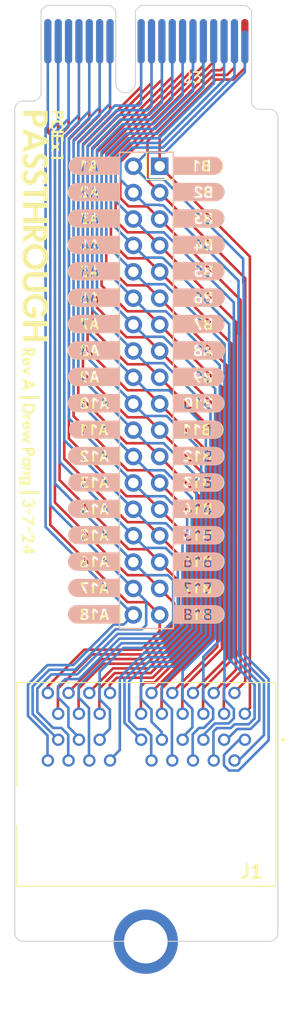
<source format=kicad_pcb>
(kicad_pcb (version 20221018) (generator pcbnew)
  (layers (0 "F.Cu" signal) (31 "B.Cu" signal) (34 "B.Paste" user) (35 "F.Paste" user) (36 "B.SilkS" user "B.Silkscreen") (37 "F.SilkS" user "F.Silkscreen") (38 "B.Mask" user) (39 "F.Mask" user) (44 "Edge.Cuts" user))
  (net 0 "")
  (net 1 "/a1")
  (net 2 "/a2")
  (net 3 "/a3")
  (net 4 "/a4")
  (net 5 "/a5")
  (net 6 "/a6")
  (net 7 "/a7")
  (net 8 "/a8")
  (net 9 "/a9")
  (net 10 "/a10")
  (net 11 "/a11")
  (net 12 "/a12")
  (net 13 "/a13")
  (net 14 "/a14")
  (net 15 "/a15")
  (net 16 "/a16")
  (net 17 "/a17")
  (net 18 "/a18")
  (net 19 "/b1")
  (net 20 "/b2")
  (net 21 "/b3")
  (net 22 "/b4")
  (net 23 "/b5")
  (net 24 "/b6")
  (net 25 "/b7")
  (net 26 "/b8")
  (net 27 "/b9")
  (net 28 "/b10")
  (net 29 "/b11")
  (net 30 "/b12")
  (net 31 "/b13")
  (net 32 "/b14")
  (net 33 "/b15")
  (net 34 "/b16")
  (net 35 "/b17")
  (net 36 "/b18")
  (footprint "kibuzzard-65E95D19" (layer "F.Cu") (at 149.665608 85.42561)
    (fp_text reference "kibuzzard-65E95D19" hide)
    (fp_text value "G***" hide)
  )
  (footprint "kibuzzard-65E963A3" (layer "F.Cu") (at 159.775608 67.645612)
    (fp_text reference "kibuzzard-65E963A3" hide)
    (fp_text value "G***" hide)
  )
  (footprint "kibuzzard-65E96303" (layer "F.Cu") (at 159.775607 90.50561)
    (fp_text reference "kibuzzard-65E96303" hide)
    (fp_text value "G***" hide)
  )
  (footprint "kibuzzard-65E95E93" (layer "F.Cu") (at 149.705607 90.505612)
    (fp_text reference "kibuzzard-65E95E93" hide)
    (fp_text value "G***" hide)
  )
  (footprint "kibuzzard-65E96314" (layer "F.Cu") (at 159.775608 98.125612)
    (fp_text reference "kibuzzard-65E96314" hide)
    (fp_text value "G***" hide)
  )
  (footprint "kibuzzard-65E95DF8" (layer "F.Cu") (at 149.605607 67.645612)
    (fp_text reference "kibuzzard-65E95DF8" hide)
    (fp_text value "G***" hide)
  )
  (footprint "kibuzzard-65E960EE" (layer "F.Cu") (at 146.114583 59.794165 -90)
    (fp_text reference "kibuzzard-65E960EE" hide)
    (fp_text value "G***" hide)
  )
  (footprint "kibuzzard-65E95DA8" (layer "F.Cu") (at 149.635608 82.885612)
    (fp_text reference "kibuzzard-65E95DA8" hide)
    (fp_text value "G***" hide)
  )
  (footprint "kibuzzard-65E95DEF" (layer "F.Cu") (at 149.605608 72.725612)
    (fp_text reference "kibuzzard-65E95DEF" hide)
    (fp_text value "G***" hide)
  )
  (footprint "kibuzzard-65E95F03" (layer "F.Cu") (at 143.985609 68.365613 -90)
    (fp_text reference "kibuzzard-65E95F03" hide)
    (fp_text value "G***" hide)
  )
  (footprint "kibuzzard-65E96100" (layer "F.Cu") (at 143.166979 90.052868 -90)
    (fp_text reference "kibuzzard-65E96100" hide)
    (fp_text value "G***" hide)
  )
  (footprint "kibuzzard-65E95DFB" (layer "F.Cu") (at 149.605607 65.10561)
    (fp_text reference "kibuzzard-65E95DFB" hide)
    (fp_text value "G***" hide)
  )
  (footprint "kibuzzard-65E95E97" (layer "F.Cu") (at 149.705609 93.045612)
    (fp_text reference "kibuzzard-65E95E97" hide)
    (fp_text value "G***" hide)
  )
  (footprint "kibuzzard-65E9636C" (layer "F.Cu") (at 159.775609 82.885612)
    (fp_text reference "kibuzzard-65E9636C" hide)
    (fp_text value "G***" hide)
  )
  (footprint "kibuzzard-65E96318" (layer "F.Cu") (at 159.775608 100.665612)
    (fp_text reference "kibuzzard-65E96318" hide)
    (fp_text value "G***" hide)
  )
  (footprint "OEM:pcie_x1" (layer "F.Cu") (at 164.19811 50.582112 180)
    (fp_text reference "J3")
    (fp_text value "pcie_x1")
    (fp_line (start -0.65 -4.95) (end -0.65 2.95) (stroke (width 0.1)) (layer "Edge.Cuts"))
    (fp_line (start -0.65 2.95) (end -0.15 3.45) (stroke (width 0.1)) (layer "Edge.Cuts"))
    (fp_line (start -0.15 3.45) (end 10.05 3.45) (stroke (width 0.1)) (layer "Edge.Cuts"))
    (fp_line (start 10.55 -4) (end 10.55 2.95) (stroke (width 0.1)) (layer "Edge.Cuts"))
    (fp_line (start 10.55 2.95) (end 10.05 3.45) (stroke (width 0.1)) (layer "Edge.Cuts"))
    (fp_line (start 12.45 -4) (end 12.45 2.95) (stroke (width 0.1)) (layer "Edge.Cuts"))
    (fp_line (start 12.45 2.95) (end 12.95 3.45) (stroke (width 0.1)) (layer "Edge.Cuts"))
    (fp_line (start 12.95 3.45) (end 19.15 3.45) (stroke (width 0.1)) (layer "Edge.Cuts"))
    (fp_line (start 19.65 -4.95) (end 19.65 2.95) (stroke (width 0.1)) (layer "Edge.Cuts"))
    (fp_line (start 19.65 2.95) (end 19.15 3.45) (stroke (width 0.1)) (layer "Edge.Cuts"))
    (fp_arc (start 10.55 -4) (mid 11.5 -4.95) (end 12.45 -4) (stroke (width 0.1)) (layer "Edge.Cuts"))
  )
  (footprint "kibuzzard-65E962FB" (layer "F.Cu") (at 159.775607 85.425612)
    (fp_text reference "kibuzzard-65E962FB" hide)
    (fp_text value "G***" hide)
  )
  (footprint "kibuzzard-65E95DDF" (layer "F.Cu") (at 149.605608 80.345611)
    (fp_text reference "kibuzzard-65E95DDF" hide)
    (fp_text value "G***" hide)
  )
  (footprint "kibuzzard-65E96396" (layer "F.Cu") (at 159.775608 75.265612)
    (fp_text reference "kibuzzard-65E96396" hide)
    (fp_text value "G***" hide)
  )
  (footprint "kibuzzard-65E95EAD" (layer "F.Cu") (at 149.70561 105.745613)
    (fp_text reference "kibuzzard-65E95EAD" hide)
    (fp_text value "G***" hide)
  )
  (footprint "kibuzzard-65E9638D" (layer "F.Cu") (at 159.775608 77.805612)
    (fp_text reference "kibuzzard-65E9638D" hide)
    (fp_text value "G***" hide)
  )
  (footprint "kibuzzard-65E96383" (layer "F.Cu") (at 159.775607 80.345611)
    (fp_text reference "kibuzzard-65E96383" hide)
    (fp_text value "G***" hide)
  )
  (footprint "kibuzzard-65E95DE4" (layer "F.Cu") (at 149.605607 77.805611)
    (fp_text reference "kibuzzard-65E95DE4" hide)
    (fp_text value "G***" hide)
  )
  (footprint "kibuzzard-65E95E9E" (layer "F.Cu") (at 149.705608 98.125612)
    (fp_text reference "kibuzzard-65E95E9E" hide)
    (fp_text value "G***" hide)
  )
  (footprint "kibuzzard-65E95DEB" (layer "F.Cu") (at 149.605606 75.265611)
    (fp_text reference "kibuzzard-65E95DEB" hide)
    (fp_text value "G***" hide)
  )
  (footprint "kibuzzard-65E963A9" (layer "F.Cu") (at 159.775608 65.105612)
    (fp_text reference "kibuzzard-65E963A9" hide)
    (fp_text value "G***" hide)
  )
  (footprint "kibuzzard-65E9630A" (layer "F.Cu") (at 159.775609 93.045612)
    (fp_text reference "kibuzzard-65E9630A" hide)
    (fp_text value "G***" hide)
  )
  (footprint "kibuzzard-65E95EA2" (layer "F.Cu") (at 149.705608 100.665612)
    (fp_text reference "kibuzzard-65E95EA2" hide)
    (fp_text value "G***" hide)
  )
  (footprint "kibuzzard-65E96322" (layer "F.Cu") (at 159.775607 103.205611)
    (fp_text reference "kibuzzard-65E96322" hide)
    (fp_text value "G***" hide)
  )
  (footprint "OEM:te_pcie_x1_connector" (layer "F.Cu") (at 164.2 117.8)
    (fp_text reference "J1")
    (fp_text value "pcie_x1" hide)
  )
  (footprint "kibuzzard-65E96310" (layer "F.Cu") (at 159.77561 95.585612)
    (fp_text reference "kibuzzard-65E96310" hide)
    (fp_text value "G***" hide)
  )
  (footprint "kibuzzard-65E95DF3" (layer "F.Cu") (at 149.605608 70.185611)
    (fp_text reference "kibuzzard-65E95DF3" hide)
    (fp_text value "G***" hide)
  )
  (footprint "kibuzzard-65E95E9B" (layer "F.Cu") (at 149.70561 95.585612)
    (fp_text reference "kibuzzard-65E95E9B" hide)
    (fp_text value "G***" hide)
  )
  (footprint "kibuzzard-65E9639F" (layer "F.Cu") (at 159.775609 70.185612)
    (fp_text reference "kibuzzard-65E9639F" hide)
    (fp_text value "G***" hide)
  )
  (footprint "kibuzzard-65E95EA8" (layer "F.Cu") (at 149.705607 103.205611)
    (fp_text reference "kibuzzard-65E95EA8" hide)
    (fp_text value "G***" hide)
  )
  (footprint "kibuzzard-65E9633C" (layer "F.Cu") (at 159.77561 105.745613)
    (fp_text reference "kibuzzard-65E9633C" hide)
    (fp_text value "G***" hide)
  )
  (footprint "kibuzzard-65E962FE" (layer "F.Cu") (at 159.775608 87.965612)
    (fp_text reference "kibuzzard-65E962FE" hide)
    (fp_text value "G***" hide)
  )
  (footprint "Connector_PinSocket_2.54mm:PinSocket_2x18_P2.54mm_Vertical" (layer "F.Cu") (at 155.985608 62.605611)
    (fp_text reference "J2" hide)
    (fp_text value "Conn_02x18_Top_Bottom" hide)
  )
  (footprint "footprints:M.2_ScrewMount" (layer "F.Cu") (at 154.648108 137.232112 180)
    (fp_text reference "REF**" hide)
    (fp_text value "M.2_ScrewMount")
  )
  (footprint "kibuzzard-65E9639B" (layer "F.Cu") (at 159.77561 72.725612)
    (fp_text reference "kibuzzard-65E9639B" hide)
    (fp_text value "G***" hide)
  )
  (footprint "kibuzzard-65E963AE" (layer "F.Cu") (at 159.775607 62.565612)
    (fp_text reference "kibuzzard-65E963AE" hide)
    (fp_text value "G***" hide)
  )
  (footprint "kibuzzard-65E95E04" (layer "F.Cu") (at 149.605607 62.56561)
    (fp_text reference "kibuzzard-65E95E04" hide)
    (fp_text value "G***" hide)
  )
  (footprint "kibuzzard-65E95E8F" (layer "F.Cu") (at 149.705608 87.965612)
    (fp_text reference "kibuzzard-65E95E8F" hide)
    (fp_text value "G***" hide)
  )
  (footprint "kibuzzard-65E96962" (layer "B.Cu") (at 159.810001 65.089998 180)
    (fp_text reference "kibuzzard-65E96962" hide)
    (fp_text value "G***" hide)
  )
  (footprint "kibuzzard-65E969BF" (layer "B.Cu") (at 149.64 75.25 180)
    (fp_text reference "kibuzzard-65E969BF" hide)
    (fp_text value "G***" hide)
  )
  (footprint "kibuzzard-65E969CE" (layer "B.Cu") (at 149.640001 85.41 180)
    (fp_text reference "kibuzzard-65E969CE" hide)
    (fp_text value "G***" hide)
  )
  (footprint "kibuzzard-65E96959" (layer "B.Cu") (at 159.69 62.56 180)
    (fp_text reference "kibuzzard-65E96959" hide)
    (fp_text value "G***" hide)
  )
  (footprint "kibuzzard-65E969A4" (layer "B.Cu") (at 159.709998 105.730001 180)
    (fp_text reference "kibuzzard-65E969A4" hide)
    (fp_text value "G***" hide)
  )
  (footprint "kibuzzard-65E96980" (layer "B.Cu") (at 159.78 82.87 180)
    (fp_text reference "kibuzzard-65E96980" hide)
    (fp_text value "G***" hide)
  )
  (footprint "kibuzzard-65E969DD" (layer "B.Cu") (at 149.639998 95.57 180)
    (fp_text reference "kibuzzard-65E969DD" hide)
    (fp_text value "G***" hide)
  )
  (footprint "Connector_PinSocket_2.54mm:PinSocket_2x18_P2.54mm_Vertical" (layer "B.Cu") (at 153.43 62.58 180)
    (fp_text reference "J2" hide)
    (fp_text value "Conn_02x18_Top_Bottom" hide)
  )
  (footprint "kibuzzard-65E96995" (layer "B.Cu") (at 159.709998 95.57 180)
    (fp_text reference "kibuzzard-65E96995" hide)
    (fp_text value "G***" hide)
  )
  (footprint "kibuzzard-65E9696D" (layer "B.Cu") (at 159.81 70.169999 180)
    (fp_text reference "kibuzzard-65E9696D" hide)
    (fp_text value "G***" hide)
  )
  (footprint "kibuzzard-65E969AE" (layer "B.Cu") (at 149.64 65.09 180)
    (fp_text reference "kibuzzard-65E969AE" hide)
    (fp_text value "G***" hide)
  )
  (footprint "kibuzzard-65E969C6" (layer "B.Cu") (at 149.640001 80.329999 180)
    (fp_text reference "kibuzzard-65E969C6" hide)
    (fp_text value "G***" hide)
  )
  (footprint "kibuzzard-65E969CA" (layer "B.Cu") (at 149.639999 82.87 180)
    (fp_text reference "kibuzzard-65E969CA" hide)
    (fp_text value "G***" hide)
  )
  (footprint "kibuzzard-65E969D5" (layer "B.Cu") (at 149.640001 90.489998 180)
    (fp_text reference "kibuzzard-65E969D5" hide)
    (fp_text value "G***" hide)
  )
  (footprint "kibuzzard-65E969ED" (layer "B.Cu") (at 149.639998 105.730001 180)
    (fp_text reference "kibuzzard-65E969ED" hide)
    (fp_text value "G***" hide)
  )
  (footprint "kibuzzard-65E95DDF" (layer "B.Cu") (at 159.81 80.329999 180)
    (fp_text reference "kibuzzard-65E95DDF" hide)
    (fp_text value "G***" hide)
  )
  (footprint "kibuzzard-65E96999" (layer "B.Cu") (at 159.71 98.11 180)
    (fp_text reference "kibuzzard-65E96999" hide)
    (fp_text value "G***" hide)
  )
  (footprint "kibuzzard-65E969B6" (layer "B.Cu") (at 149.639999 70.17 180)
    (fp_text reference "kibuzzard-65E969B6" hide)
    (fp_text value "G***" hide)
  )
  (footprint "kibuzzard-65E969D2" (layer "B.Cu") (at 149.64 87.95 180)
    (fp_text reference "kibuzzard-65E969D2" hide)
    (fp_text value "G***" hide)
  )
  (footprint "kibuzzard-65E96984" (layer "B.Cu") (at 159.75 85.409998 180)
    (fp_text reference "kibuzzard-65E96984" hide)
    (fp_text value "G***" hide)
  )
  (footprint "kibuzzard-65E9698D" (layer "B.Cu") (at 159.710001 90.49 180)
    (fp_text reference "kibuzzard-65E9698D" hide)
    (fp_text value "G***" hide)
  )
  (footprint "kibuzzard-65E96989" (layer "B.Cu") (at 159.71 87.95 180)
    (fp_text reference "kibuzzard-65E96989" hide)
    (fp_text value "G***" hide)
  )
  (footprint "kibuzzard-65E9697B" (layer "B.Cu") (at 159.810001 77.789999 180)
    (fp_text reference "kibuzzard-65E9697B" hide)
    (fp_text value "G***" hide)
  )
  (footprint "kibuzzard-65E969C2" (layer "B.Cu") (at 149.64 77.79 180)
    (fp_text reference "kibuzzard-65E969C2" hide)
    (fp_text value "G***" hide)
  )
  (footprint "kibuzzard-65E969A0" (layer "B.Cu") (at 159.710001 103.189999 180)
    (fp_text reference "kibuzzard-65E969A0" hide)
    (fp_text value "G***" hide)
  )
  (footprint "kibuzzard-65E96967" (layer "B.Cu") (at 159.810001 67.63 180)
    (fp_text reference "kibuzzard-65E96967" hide)
    (fp_text value "G***" hide)
  )
  (footprint "kibuzzard-65E9699C" (layer "B.Cu") (at 159.71 100.65 180)
    (fp_text reference "kibuzzard-65E9699C" hide)
    (fp_text value "G***" hide)
  )
  (footprint "kibuzzard-65E969B1" (layer "B.Cu") (at 149.64 67.63 180)
    (fp_text reference "kibuzzard-65E969B1" hide)
    (fp_text value "G***" hide)
  )
  (footprint "kibuzzard-65E969BA" (layer "B.Cu") (at 149.639998 72.71 180)
    (fp_text reference "kibuzzard-65E969BA" hide)
    (fp_text value "G***" hide)
  )
  (footprint "kibuzzard-65E96977" (layer "B.Cu") (at 159.810002 75.249999 180)
    (fp_text reference "kibuzzard-65E96977" hide)
    (fp_text value "G***" hide)
  )
  (footprint "kibuzzard-65E969AA" (layer "B.Cu") (at 149.640001 62.55 180)
    (fp_text reference "kibuzzard-65E969AA" hide)
    (fp_text value "G***" hide)
  )
  (footprint "kibuzzard-65E969DA" (layer "B.Cu") (at 149.639999 93.03 180)
    (fp_text reference "kibuzzard-65E969DA" hide)
    (fp_text value "G***" hide)
  )
  (footprint "kibuzzard-65E96991" (layer "B.Cu") (at 159.709999 93.03 180)
    (fp_text reference "kibuzzard-65E96991" hide)
    (fp_text value "G***" hide)
  )
  (footprint "kibuzzard-65E969E1" (layer "B.Cu") (at 149.64 98.11 180)
    (fp_text reference "kibuzzard-65E969E1" hide)
    (fp_text value "G***" hide)
  )
  (footprint "kibuzzard-65E96973" (layer "B.Cu") (at 159.81 72.71 180)
    (fp_text reference "kibuzzard-65E96973" hide)
    (fp_text value "G***" hide)
  )
  (footprint "kibuzzard-65E969E5" (layer "B.Cu") (at 149.64 100.65 180)
    (fp_text reference "kibuzzard-65E969E5" hide)
    (fp_text value "G***" hide)
  )
  (footprint "kibuzzard-65E969E9" (layer "B.Cu") (at 149.640001 103.189999 180)
    (fp_text reference "kibuzzard-65E969E9" hide)
    (fp_text value "G***" hide)
  )
  (gr_arc (start 142.010608 57.13211) (mid 142.244924 56.566426) (end 142.810609 56.332112) (stroke (width 0.1)) (layer "Edge.Cuts"))
  (gr_line (start 164.848108 56.332112) (end 164.84811 55.532112) (stroke (width 0.1)) (layer "Edge.Cuts"))
  (gr_line (start 167.385608 57.932111) (end 167.385609 135.399112) (stroke (width 0.1)) (layer "Edge.Cuts"))
  (gr_arc (start 144.548108 55.532112) (mid 144.313793 56.097798) (end 143.748108 56.332112) (stroke (width 0.1)) (layer "Edge.Cuts"))
  (gr_line (start 165.648107 57.132112) (end 166.58561 57.132113) (stroke (width 0.1)) (layer "Edge.Cuts"))
  (gr_line (start 167.385607 136.39911) (end 167.385609 135.399112) (stroke (width 0.1)) (layer "Edge.Cuts"))
  (gr_arc (start 167.385607 136.39911) (mid 167.151293 136.964797) (end 166.585607 137.199112) (stroke (width 0.1)) (layer "Edge.Cuts"))
  (gr_line (start 142.010607 135.399113) (end 142.010608 57.13211) (stroke (width 0.1)) (layer "Edge.Cuts"))
  (gr_arc (start 165.648107 57.132112) (mid 165.082421 56.897797) (end 164.848108 56.332112) (stroke (width 0.1)) (layer "Edge.Cuts"))
  (gr_arc (start 166.58561 57.132113) (mid 167.151293 57.366428) (end 167.385608 57.932111) (stroke (width 0.1)) (layer "Edge.Cuts"))
  (gr_arc (start 142.810609 137.199112) (mid 142.244923 136.964797) (end 142.010607 136.399111) (stroke (width 0.1)) (layer "Edge.Cuts"))
  (gr_line (start 142.010607 136.399111) (end 142.010607 135.399113) (stroke (width 0.1)) (layer "Edge.Cuts"))
  (gr_line (start 166.585607 137.199112) (end 142.810609 137.199112) (stroke (width 0.1)) (layer "Edge.Cuts"))
  (gr_line (start 143.748108 56.332112) (end 142.810609 56.332112) (stroke (width 0.1)) (layer "Edge.Cuts"))
  (gr_text "|" (at 142.766978 93.252869 -90) (layer "F.SilkS") (effects (font (size 1.25 1.25) (thickness 0.25) bold) (justify left bottom)))
  (gr_text "|" (at 142.766978 84.102869 -90) (layer "F.SilkS") (effects (font (size 1.25 1.25) (thickness 0.25) bold) (justify left bottom)))
  (segment (start 164.035609 71.533911) (end 164.035609 73.810306) (width 0.25) (layer "B.Cu") (net 1))
  (segment (start 166.49161 111.962425) (end 166.491609 117.85961) (width 0.25) (layer "B.Cu") (net 1))
  (segment (start 164.035609 73.810306) (end 164.08561 73.860307) (width 0.25) (layer "B.Cu") (net 1))
  (segment (start 162.185608 119.265611) (end 163.692109 117.759111) (width 0.25) (layer "B.Cu") (net 1))
  (segment (start 156.367311 63.865613) (end 164.035609 71.533911) (width 0.25) (layer "B.Cu") (net 1))
  (segment (start 162.185608 120.265611) (end 162.185608 119.265611) (width 0.25) (layer "B.Cu") (net 1))
  (segment (start 163.692109 117.759111) (end 164.16891 117.759111) (width 0.25) (layer "B.Cu") (net 1))
  (segment (start 166.491609 117.85961) (end 163.585608 120.765611) (width 0.25) (layer "B.Cu") (net 1))
  (segment (start 164.19811 51.132111) (end 164.198109 53.553111) (width 0.25) (layer "B.Cu") (net 1))
  (segment (start 153.445609 62.605612) (end 154.705609 63.865612) (width 0.25) (layer "B.Cu") (net 1))
  (segment (start 154.705609 63.865612) (end 156.367311 63.865613) (width 0.25) (layer "B.Cu") (net 1))
  (segment (start 163.585608 120.765611) (end 162.685609 120.765612) (width 0.25) (layer "B.Cu") (net 1))
  (segment (start 154.785609 61.265612) (end 153.445609 62.605612) (width 0.25) (layer "B.Cu") (net 1))
  (segment (start 164.198109 53.553111) (end 156.485608 61.265612) (width 0.25) (layer "B.Cu") (net 1))
  (segment (start 156.485608 61.265612) (end 154.785609 61.265612) (width 0.25) (layer "B.Cu") (net 1))
  (segment (start 164.08561 73.860307) (end 164.085608 109.556424) (width 0.25) (layer "B.Cu") (net 1))
  (segment (start 164.085608 109.556424) (end 166.49161 111.962425) (width 0.25) (layer "B.Cu") (net 1))
  (segment (start 162.685609 120.765612) (end 162.185608 120.265611) (width 0.25) (layer "B.Cu") (net 1))
  (segment (start 163.585608 78.765611) (end 163.635609 78.815612) (width 0.25) (layer "B.Cu") (net 2))
  (segment (start 166.041609 117.358391) (end 163.640891 119.759109) (width 0.25) (layer "B.Cu") (net 2))
  (segment (start 153.335607 60.815611) (end 152.185606 61.965612) (width 0.25) (layer "B.Cu") (net 2))
  (segment (start 155.985608 66.365612) (end 156.327309 66.365612) (width 0.25) (layer "B.Cu") (net 2))
  (segment (start 163.585609 109.69282) (end 166.041609 112.148821) (width 0.25) (layer "B.Cu") (net 2))
  (segment (start 155.940608 66.320612) (end 155.985608 66.365612) (width 0.25) (layer "B.Cu") (net 2))
  (segment (start 163.585608 109.265611) (end 163.585609 109.69282) (width 0.25) (layer "B.Cu") (net 2))
  (segment (start 163.198111 50.582112) (end 163.198109 53.916715) (width 0.25) (layer "B.Cu") (net 2))
  (segment (start 163.635609 78.815612) (end 163.63561 109.215613) (width 0.25) (layer "B.Cu") (net 2))
  (segment (start 163.198109 53.916715) (end 156.299212 60.815612) (width 0.25) (layer "B.Cu") (net 2))
  (segment (start 152.185607 63.885612) (end 154.620607 66.320612) (width 0.25) (layer "B.Cu") (net 2))
  (segment (start 163.640891 119.759109) (end 163.168908 119.759109) (width 0.25) (layer "B.Cu") (net 2))
  (segment (start 163.63561 109.215613) (end 163.585608 109.265611) (width 0.25) (layer "B.Cu") (net 2))
  (segment (start 152.185606 61.965612) (end 152.185607 63.885612) (width 0.25) (layer "B.Cu") (net 2))
  (segment (start 163.585608 73.623911) (end 163.585608 78.765611) (width 0.25) (layer "B.Cu") (net 2))
  (segment (start 154.620607 66.320612) (end 155.940608 66.320612) (width 0.25) (layer "B.Cu") (net 2))
  (segment (start 156.299212 60.815612) (end 153.335607 60.815611) (width 0.25) (layer "B.Cu") (net 2))
  (segment (start 166.041609 112.148821) (end 166.041609 117.358391) (width 0.25) (layer "B.Cu") (net 2))
  (segment (start 156.327309 66.365612) (end 163.585608 73.623911) (width 0.25) (layer "B.Cu") (net 2))
  (segment (start 153.149212 60.365611) (end 151.735608 61.779216) (width 0.25) (layer "B.Cu") (net 3))
  (segment (start 162.19811 54.280318) (end 156.112817 60.365611) (width 0.25) (layer "B.Cu") (net 3))
  (segment (start 156.112817 60.365611) (end 153.149212 60.365611) (width 0.25) (layer "B.Cu") (net 3))
  (segment (start 151.735608 65.975611) (end 154.725608 68.965612) (width 0.25) (layer "B.Cu") (net 3))
  (segment (start 163.135608 98.415612) (end 163.185607 98.465612) (width 0.25) (layer "B.Cu") (net 3))
  (segment (start 165.591609 115.928402) (end 164.754399 116.765612) (width 0.25) (layer "B.Cu") (net 3))
  (segment (start 165.591609 112.335217) (end 165.591609 115.928402) (width 0.25) (layer "B.Cu") (net 3))
  (segment (start 162.479097 117.759111) (end 162.168908 117.759111) (width 0.25) (layer "B.Cu") (net 3))
  (segment (start 163.135608 98.515611) (end 163.135608 109.879216) (width 0.25) (layer "B.Cu") (net 3))
  (segment (start 151.735608 61.779216) (end 151.735608 65.975611) (width 0.25) (layer "B.Cu") (net 3))
  (segment (start 164.754399 116.765612) (end 163.472596 116.765612) (width 0.25) (layer "B.Cu") (net 3))
  (segment (start 154.725608 68.965612) (end 156.38731 68.965612) (width 0.25) (layer "B.Cu") (net 3))
  (segment (start 163.185607 98.465612) (end 163.135608 98.515611) (width 0.25) (layer "B.Cu") (net 3))
  (segment (start 163.472596 116.765612) (end 162.479097 117.759111) (width 0.25) (layer "B.Cu") (net 3))
  (segment (start 156.38731 68.965612) (end 163.135608 75.713911) (width 0.25) (layer "B.Cu") (net 3))
  (segment (start 162.198109 50.582112) (end 162.19811 54.280318) (width 0.25) (layer "B.Cu") (net 3))
  (segment (start 163.135608 109.879216) (end 165.591609 112.335217) (width 0.25) (layer "B.Cu") (net 3))
  (segment (start 163.135608 75.713911) (end 163.135608 98.415612) (width 0.25) (layer "B.Cu") (net 3))
  (segment (start 161.168906 117.018708) (end 161.168908 119.75911) (width 0.25) (layer "B.Cu") (net 4))
  (segment (start 162.685608 110.065612) (end 165.141609 112.521613) (width 0.25) (layer "B.Cu") (net 4))
  (segment (start 164.568003 116.315612) (end 163.204397 116.315612) (width 0.25) (layer "B.Cu") (net 4))
  (segment (start 163.204397 116.315612) (end 162.8382 116.681809) (width 0.25) (layer "B.Cu") (net 4))
  (segment (start 155.926419 59.91561) (end 152.962816 59.915612) (width 0.25) (layer "B.Cu") (net 4))
  (segment (start 156.220608 71.400612) (end 156.285608 71.465611) (width 0.25) (layer "B.Cu") (net 4))
  (segment (start 162.8382 116.681809) (end 161.505805 116.681809) (width 0.25) (layer "B.Cu") (net 4))
  (segment (start 161.198108 54.643921) (end 155.926419 59.91561) (width 0.25) (layer "B.Cu") (net 4))
  (segment (start 152.962816 59.915612) (end 151.285608 61.592819) (width 0.25) (layer "B.Cu") (net 4))
  (segment (start 156.347309 71.465612) (end 162.685607 77.803911) (width 0.25) (layer "B.Cu") (net 4))
  (segment (start 162.685607 77.803911) (end 162.685608 110.065612) (width 0.25) (layer "B.Cu") (net 4))
  (segment (start 154.620608 71.400612) (end 156.220608 71.400612) (width 0.25) (layer "B.Cu") (net 4))
  (segment (start 151.285608 68.065611) (end 154.620608 71.400612) (width 0.25) (layer "B.Cu") (net 4))
  (segment (start 165.141609 112.521613) (end 165.141609 115.742006) (width 0.25) (layer "B.Cu") (net 4))
  (segment (start 156.285608 71.465611) (end 156.347309 71.465612) (width 0.25) (layer "B.Cu") (net 4))
  (segment (start 161.505805 116.681809) (end 161.168906 117.018708) (width 0.25) (layer "B.Cu") (net 4))
  (segment (start 165.141609 115.742006) (end 164.568003 116.315612) (width 0.25) (layer "B.Cu") (net 4))
  (segment (start 151.285608 61.592819) (end 151.285608 68.065611) (width 0.25) (layer "B.Cu") (net 4))
  (segment (start 161.198109 50.582112) (end 161.198108 54.643921) (width 0.25) (layer "B.Cu") (net 4))
  (segment (start 161.31941 116.231811) (end 160.168907 117.382314) (width 0.25) (layer "B.Cu") (net 5))
  (segment (start 163.141609 114.856205) (end 163.141609 115.742004) (width 0.25) (layer "B.Cu") (net 5))
  (segment (start 163.141609 115.742004) (end 162.651802 116.231811) (width 0.25) (layer "B.Cu") (net 5))
  (segment (start 155.740023 59.46561) (end 152.776421 59.46561) (width 0.25) (layer "B.Cu") (net 5))
  (segment (start 162.196207 112.856203) (end 162.19621 113.910806) (width 0.25) (layer "B.Cu") (net 5))
  (segment (start 162.235607 112.816803) (end 162.196207 112.856203) (width 0.25) (layer "B.Cu") (net 5))
  (segment (start 160.19811 50.582112) (end 160.198109 55.007527) (width 0.25) (layer "B.Cu") (net 5))
  (segment (start 150.835608 70.155611) (end 154.64561 73.965613) (width 0.25) (layer "B.Cu") (net 5))
  (segment (start 162.235608 79.715612) (end 162.235607 112.816803) (width 0.25) (layer "B.Cu") (net 5))
  (segment (start 156.485608 73.965612) (end 162.235608 79.715612) (width 0.25) (layer "B.Cu") (net 5))
  (segment (start 150.835608 61.406423) (end 150.835608 70.155611) (width 0.25) (layer "B.Cu") (net 5))
  (segment (start 152.776421 59.46561) (end 150.835608 61.406423) (width 0.25) (layer "B.Cu") (net 5))
  (segment (start 154.64561 73.965613) (end 156.485608 73.965612) (width 0.25) (layer "B.Cu") (net 5))
  (segment (start 160.198109 55.007527) (end 155.740023 59.46561) (width 0.25) (layer "B.Cu") (net 5))
  (segment (start 162.19621 113.910806) (end 163.141609 114.856205) (width 0.25) (layer "B.Cu") (net 5))
  (segment (start 162.651802 116.231811) (end 161.31941 116.231811) (width 0.25) (layer "B.Cu") (net 5))
  (segment (start 160.168907 117.382314) (end 160.168905 117.759111) (width 0.25) (layer "B.Cu") (net 5))
  (segment (start 159.198108 55.37113) (end 155.553629 59.015612) (width 0.25) (layer "B.Cu") (net 6))
  (segment (start 154.705607 76.565612) (end 156.585609 76.565612) (width 0.25) (layer "B.Cu") (net 6))
  (segment (start 161.785609 108.229572) (end 160.196208 109.818973) (width 0.25) (layer "B.Cu") (net 6))
  (segment (start 160.196208 109.818973) (end 160.196208 113.910806) (width 0.25) (layer "B.Cu") (net 6))
  (segment (start 161.133012 115.78181) (end 160.249213 116.665612) (width 0.25) (layer "B.Cu") (net 6))
  (segment (start 160.196208 113.910806) (end 161.141607 114.856205) (width 0.25) (layer "B.Cu") (net 6))
  (segment (start 155.553629 59.015612) (end 152.590023 59.015612) (width 0.25) (layer "B.Cu") (net 6))
  (segment (start 159.198107 50.582112) (end 159.198108 55.37113) (width 0.25) (layer "B.Cu") (net 6))
  (segment (start 150.385607 61.220028) (end 150.385608 72.245612) (width 0.25) (layer "B.Cu") (net 6))
  (segment (start 153.445607 75.305612) (end 154.705607 76.565612) (width 0.25) (layer "B.Cu") (net 6))
  (segment (start 161.785608 81.765612) (end 161.785609 108.229572) (width 0.25) (layer "B.Cu") (net 6))
  (segment (start 161.141607 114.856205) (end 161.141606 115.78181) (width 0.25) (layer "B.Cu") (net 6))
  (segment (start 152.590023 59.015612) (end 150.385607 61.220028) (width 0.25) (layer "B.Cu") (net 6))
  (segment (start 156.585609 76.565612) (end 161.785608 81.765612) (width 0.25) (layer "B.Cu") (net 6))
  (segment (start 159.785608 116.665612) (end 159.168908 117.282312) (width 0.25) (layer "B.Cu") (net 6))
  (segment (start 161.141606 115.78181) (end 161.133012 115.78181) (width 0.25) (layer "B.Cu") (net 6))
  (segment (start 150.385608 72.245612) (end 153.445607 75.305612) (width 0.25) (layer "B.Cu") (net 6))
  (segment (start 159.168908 117.282312) (end 159.168908 119.759109) (width 0.25) (layer "B.Cu") (net 6))
  (segment (start 160.249213 116.665612) (end 159.785608 116.665612) (width 0.25) (layer "B.Cu") (net 6))
  (segment (start 161.335607 108.043176) (end 158.196207 111.182576) (width 0.25) (layer "B.Cu") (net 7))
  (segment (start 153.445608 77.845611) (end 154.620608 79.020611) (width 0.25) (layer "B.Cu") (net 7))
  (segment (start 152.403628 58.565612) (end 149.935609 61.033632) (width 0.25) (layer "B.Cu") (net 7))
  (segment (start 149.935608 74.335612) (end 153.445608 77.845611) (width 0.25) (layer "B.Cu") (net 7))
  (segment (start 158.168907 117.582311) (end 158.168908 117.759111) (width 0.25) (layer "B.Cu") (net 7))
  (segment (start 159.141609 116.609612) (end 158.168907 117.582311) (width 0.25) (layer "B.Cu") (net 7))
  (segment (start 161.335607 84.01561) (end 161.335607 108.043176) (width 0.25) (layer "B.Cu") (net 7))
  (segment (start 156.340607 79.020611) (end 161.335607 84.01561) (width 0.25) (layer "B.Cu") (net 7))
  (segment (start 159.141609 114.856205) (end 159.141609 116.609612) (width 0.25) (layer "B.Cu") (net 7))
  (segment (start 158.198108 55.734735) (end 155.367233 58.565612) (width 0.25) (layer "B.Cu") (net 7))
  (segment (start 155.367233 58.565612) (end 152.403628 58.565612) (width 0.25) (layer "B.Cu") (net 7))
  (segment (start 154.620608 79.020611) (end 156.340607 79.020611) (width 0.25) (layer "B.Cu") (net 7))
  (segment (start 158.196207 111.182576) (end 158.196208 113.910804) (width 0.25) (layer "B.Cu") (net 7))
  (segment (start 158.196208 113.910804) (end 159.141609 114.856205) (width 0.25) (layer "B.Cu") (net 7))
  (segment (start 149.935609 61.033632) (end 149.935608 74.335612) (width 0.25) (layer "B.Cu") (net 7))
  (segment (start 158.198111 50.582112) (end 158.198108 55.734735) (width 0.25) (layer "B.Cu") (net 7))
  (segment (start 149.485607 76.425612) (end 153.445608 80.385613) (width 0.25) (layer "B.Cu") (net 8))
  (segment (start 149.485608 60.847236) (end 149.485607 76.425612) (width 0.25) (layer "B.Cu") (net 8))
  (segment (start 156.196206 113.910804) (end 157.168907 114.883505) (width 0.25) (layer "B.Cu") (net 8))
  (segment (start 157.198109 56.098339) (end 155.180837 58.115612) (width 0.25) (layer "B.Cu") (net 8))
  (segment (start 160.885607 107.856779) (end 156.196207 112.54618) (width 0.25) (layer "B.Cu") (net 8))
  (segment (start 157.198109 50.582112) (end 157.198109 56.098339) (width 0.25) (layer "B.Cu") (net 8))
  (segment (start 152.217232 58.115613) (end 149.485608 60.847236) (width 0.25) (layer "B.Cu") (net 8))
  (segment (start 156.196207 112.54618) (end 156.196206 113.910804) (width 0.25) (layer "B.Cu") (net 8))
  (segment (start 157.544515 119.759108) (end 157.168907 119.759108) (width 0.25) (layer "B.Cu") (net 8))
  (segment (start 156.380608 81.560613) (end 160.885608 86.065612) (width 0.25) (layer "B.Cu") (net 8))
  (segment (start 153.445608 80.385613) (end 154.620608 81.560613) (width 0.25) (layer "B.Cu") (net 8))
  (segment (start 154.620608 81.560613) (end 156.380608 81.560613) (width 0.25) (layer "B.Cu") (net 8))
  (segment (start 157.168907 114.883505) (end 157.168907 119.759108) (width 0.25) (layer "B.Cu") (net 8))
  (segment (start 155.180837 58.115612) (end 152.217232 58.115613) (width 0.25) (layer "B.Cu") (net 8))
  (segment (start 160.885608 86.065612) (end 160.885607 107.856779) (width 0.25) (layer "B.Cu") (net 8))
  (segment (start 154.994441 57.665612) (end 152.030836 57.665612) (width 0.25) (layer "B.Cu") (net 9))
  (segment (start 160.435608 107.670383) (end 157.340381 110.765612) (width 0.25) (layer "B.Cu") (net 9))
  (segment (start 156.19811 56.461943) (end 154.994441 57.665612) (width 0.25) (layer "B.Cu") (net 9))
  (segment (start 154.196206 113.910802) (end 155.196207 114.910803) (width 0.25) (layer "B.Cu") (net 9))
  (segment (start 156.885608 84.165611) (end 160.435608 87.715612) (width 0.25) (layer "B.Cu") (net 9))
  (segment (start 154.685608 84.165612) (end 156.885608 84.165611) (width 0.25) (layer "B.Cu") (net 9))
  (segment (start 155.196207 116.076211) (end 156.168908 117.048911) (width 0.25) (layer "B.Cu") (net 9))
  (segment (start 149.035607 78.515611) (end 153.445607 82.92561) (width 0.25) (layer "B.Cu") (net 9))
  (segment (start 154.196206 111.655014) (end 154.196206 113.910802) (width 0.25) (layer "B.Cu") (net 9))
  (segment (start 155.196207 114.910803) (end 155.196207 116.076211) (width 0.25) (layer "B.Cu") (net 9))
  (segment (start 155.085608 110.765612) (end 154.196206 111.655014) (width 0.25) (layer "B.Cu") (net 9))
  (segment (start 152.030836 57.665612) (end 149.035608 60.66084) (width 0.25) (layer "B.Cu") (net 9))
  (segment (start 153.445607 82.92561) (end 154.685608 84.165612) (width 0.25) (layer "B.Cu") (net 9))
  (segment (start 157.340381 110.765612) (end 155.085608 110.765612) (width 0.25) (layer "B.Cu") (net 9))
  (segment (start 156.168908 117.048911) (end 156.168908 117.759111) (width 0.25) (layer "B.Cu") (net 9))
  (segment (start 149.035608 60.66084) (end 149.035607 78.515611) (width 0.25) (layer "B.Cu") (net 9))
  (segment (start 160.435608 87.715612) (end 160.435608 107.670383) (width 0.25) (layer "B.Cu") (net 9))
  (segment (start 156.198109 50.582112) (end 156.19811 56.461943) (width 0.25) (layer "B.Cu") (net 9))
  (segment (start 153.832603 116.78641) (end 154.571814 116.78641) (width 0.25) (layer "B.Cu") (net 10))
  (segment (start 148.585609 80.605612) (end 153.445609 85.465612) (width 0.25) (layer "B.Cu") (net 10))
  (segment (start 159.985609 89.965613) (end 159.985608 107.483987) (width 0.25) (layer "B.Cu") (net 10))
  (segment (start 154.808044 57.215611) (end 151.84444 57.215612) (width 0.25) (layer "B.Cu") (net 10))
  (segment (start 159.985608 107.483987) (end 157.153984 110.315611) (width 0.25) (layer "B.Cu") (net 10))
  (segment (start 148.585608 60.474444) (end 148.585609 80.605612) (width 0.25) (layer "B.Cu") (net 10))
  (segment (start 153.445609 85.465612) (end 154.620607 86.64061) (width 0.25) (layer "B.Cu") (net 10))
  (segment (start 156.660608 86.640612) (end 159.985609 89.965613) (width 0.25) (layer "B.Cu") (net 10))
  (segment (start 155.19811 50.582112) (end 155.198109 56.825546) (width 0.25) (layer "B.Cu") (net 10))
  (segment (start 154.620607 86.64061) (end 156.660608 86.640612) (width 0.25) (layer "B.Cu") (net 10))
  (segment (start 154.899212 110.315612) (end 153.041609 112.173215) (width 0.25) (layer "B.Cu") (net 10))
  (segment (start 153.041609 112.173215) (end 153.041609 115.995415) (width 0.25) (layer "B.Cu") (net 10))
  (segment (start 157.153984 110.315611) (end 154.899212 110.315612) (width 0.25) (layer "B.Cu") (net 10))
  (segment (start 155.198109 56.825546) (end 154.808044 57.215611) (width 0.25) (layer "B.Cu") (net 10))
  (segment (start 151.84444 57.215612) (end 148.585608 60.474444) (width 0.25) (layer "B.Cu") (net 10))
  (segment (start 153.041609 115.995415) (end 153.832603 116.78641) (width 0.25) (layer "B.Cu") (net 10))
  (segment (start 155.168906 117.383501) (end 155.168906 119.75911) (width 0.25) (layer "B.Cu") (net 10))
  (segment (start 154.571814 116.78641) (end 155.168906 117.383501) (width 0.25) (layer "B.Cu") (net 10))
  (segment (start 154.712817 109.865613) (end 152.591609 111.986821) (width 0.25) (layer "B.Cu") (net 11))
  (segment (start 153.985609 56.765612) (end 151.658045 56.765611) (width 0.25) (layer "B.Cu") (net 11))
  (segment (start 152.591608 116.181811) (end 154.168908 117.759111) (width 0.25) (layer "B.Cu") (net 11))
  (segment (start 159.535608 92.433911) (end 159.535608 107.297592) (width 0.25) (layer "B.Cu") (net 11))
  (segment (start 159.535608 107.297592) (end 156.967588 109.865613) (width 0.25) (layer "B.Cu") (net 11))
  (segment (start 154.198111 50.582112) (end 154.19811 56.553111) (width 0.25) (layer "B.Cu") (net 11))
  (segment (start 154.705608 89.265612) (end 156.367309 89.265612) (width 0.25) (layer "B.Cu") (net 11))
  (segment (start 156.967588 109.865613) (end 154.712817 109.865613) (width 0.25) (layer "B.Cu") (net 11))
  (segment (start 151.658045 56.765611) (end 148.135607 60.288046) (width 0.25) (layer "B.Cu") (net 11))
  (segment (start 154.19811 56.553111) (end 153.985609 56.765612) (width 0.25) (layer "B.Cu") (net 11))
  (segment (start 148.135607 82.695611) (end 153.445607 88.005611) (width 0.25) (layer "B.Cu") (net 11))
  (segment (start 148.135607 60.288046) (end 148.135607 82.695611) (width 0.25) (layer "B.Cu") (net 11))
  (segment (start 153.445607 88.005611) (end 154.705608 89.265612) (width 0.25) (layer "B.Cu") (net 11))
  (segment (start 156.367309 89.265612) (end 159.535608 92.433911) (width 0.25) (layer "B.Cu") (net 11))
  (segment (start 152.591609 111.986821) (end 152.591608 116.181811) (width 0.25) (layer "B.Cu") (net 11))
  (segment (start 147.685608 60.101651) (end 147.685608 84.785611) (width 0.25) (layer "B.Cu") (net 12))
  (segment (start 151.198109 50.582112) (end 151.19811 56.589151) (width 0.25) (layer "B.Cu") (net 12))
  (segment (start 151.19811 56.589151) (end 147.685608 60.101651) (width 0.25) (layer "B.Cu") (net 12))
  (segment (start 156.427309 91.865612) (end 159.085609 94.523911) (width 0.25) (layer "B.Cu") (net 12))
  (segment (start 153.445608 90.545612) (end 154.765608 91.865611) (width 0.25) (layer "B.Cu") (net 12))
  (segment (start 159.085608 107.111195) (end 156.781192 109.415612) (width 0.25) (layer "B.Cu") (net 12))
  (segment (start 156.781192 109.415612) (end 154.526419 109.415611) (width 0.25) (layer "B.Cu") (net 12))
  (segment (start 152.141609 111.800424) (end 152.141608 118.786408) (width 0.25) (layer "B.Cu") (net 12))
  (segment (start 152.141608 118.786408) (end 151.168909 119.75911) (width 0.25) (layer "B.Cu") (net 12))
  (segment (start 154.526419 109.415611) (end 152.141609 111.800424) (width 0.25) (layer "B.Cu") (net 12))
  (segment (start 147.685608 84.785611) (end 153.445608 90.545612) (width 0.25) (layer "B.Cu") (net 12))
  (segment (start 159.085609 94.523911) (end 159.085608 107.111195) (width 0.25) (layer "B.Cu") (net 12))
  (segment (start 154.765608 91.865611) (end 156.427309 91.865612) (width 0.25) (layer "B.Cu") (net 12))
  (segment (start 152.485607 108.965611) (end 150.196209 111.255012) (width 0.25) (layer "B.Cu") (net 13))
  (segment (start 151.185608 114.900206) (end 151.185608 116.74241) (width 0.25) (layer "B.Cu") (net 13))
  (segment (start 147.235609 59.915257) (end 147.235608 86.875613) (width 0.25) (layer "B.Cu") (net 13))
  (segment (start 150.196208 113.910806) (end 151.185608 114.900206) (width 0.25) (layer "B.Cu") (net 13))
  (segment (start 156.594796 108.965612) (end 152.485607 108.965611) (width 0.25) (layer "B.Cu") (net 13))
  (segment (start 153.445607 93.08561) (end 154.725609 94.365612) (width 0.25) (layer "B.Cu") (net 13))
  (segment (start 150.198109 56.952754) (end 147.235609 59.915257) (width 0.25) (layer "B.Cu") (net 13))
  (segment (start 154.725609 94.365612) (end 156.485607 94.365611) (width 0.25) (layer "B.Cu") (net 13))
  (segment (start 150.196209 111.255012) (end 150.196208 113.910806) (width 0.25) (layer "B.Cu") (net 13))
  (segment (start 151.185608 116.74241) (end 150.168907 117.759111) (width 0.25) (layer "B.Cu") (net 13))
  (segment (start 158.635608 106.9248) (end 156.594796 108.965612) (width 0.25) (layer "B.Cu") (net 13))
  (segment (start 158.635609 96.515613) (end 158.635608 106.9248) (width 0.25) (layer "B.Cu") (net 13))
  (segment (start 147.235608 86.875613) (end 153.445607 93.08561) (width 0.25) (layer "B.Cu") (net 13))
  (segment (start 150.198109 50.582112) (end 150.198109 56.952754) (width 0.25) (layer "B.Cu") (net 13))
  (segment (start 156.485607 94.365611) (end 158.635609 96.515613) (width 0.25) (layer "B.Cu") (net 13))
  (segment (start 149.198108 57.316358) (end 146.785609 59.72886) (width 0.25) (layer "B.Cu") (net 14))
  (segment (start 154.785609 96.965612) (end 156.585608 96.965611) (width 0.25) (layer "B.Cu") (net 14))
  (segment (start 149.168906 114.74891) (end 149.168907 119.75911) (width 0.25) (layer "B.Cu") (net 14))
  (segment (start 148.185609 112.629216) (end 148.185608 113.765611) (width 0.25) (layer "B.Cu") (net 14))
  (segment (start 158.185609 98.565612) (end 158.185608 106.738404) (width 0.25) (layer "B.Cu") (net 14))
  (segment (start 158.185608 106.738404) (end 156.408401 108.515611) (width 0.25) (layer "B.Cu") (net 14))
  (segment (start 156.585608 96.965611) (end 158.185609 98.565612) (width 0.25) (layer "B.Cu") (net 14))
  (segment (start 146.785609 59.72886) (end 146.785609 88.965612) (width 0.25) (layer "B.Cu") (net 14))
  (segment (start 149.198111 50.582112) (end 149.198108 57.316358) (width 0.25) (layer "B.Cu") (net 14))
  (segment (start 152.299211 108.515611) (end 148.185609 112.629216) (width 0.25) (layer "B.Cu") (net 14))
  (segment (start 146.785609 88.965612) (end 153.445607 95.625611) (width 0.25) (layer "B.Cu") (net 14))
  (segment (start 148.185608 113.765611) (end 149.168906 114.74891) (width 0.25) (layer "B.Cu") (net 14))
  (segment (start 153.445607 95.625611) (end 154.785609 96.965612) (width 0.25) (layer "B.Cu") (net 14))
  (segment (start 156.408401 108.515611) (end 152.299211 108.515611) (width 0.25) (layer "B.Cu") (net 14))
  (segment (start 146.335608 91.055612) (end 153.445607 98.165612) (width 0.25) (layer "B.Cu") (net 15))
  (segment (start 152.112816 108.06561) (end 148.212817 111.965612) (width 0.25) (layer "B.Cu") (net 15))
  (segment (start 156.56061 99.340612) (end 157.73561 100.515613) (width 0.25) (layer "B.Cu") (net 15))
  (segment (start 146.185608 112.665611) (end 146.185608 113.732908) (width 0.25) (layer "B.Cu") (net 15))
  (segment (start 146.185608 113.732908) (end 147.185607 114.732907) (width 0.25) (layer "B.Cu") (net 15))
  (segment (start 153.445607 98.165612) (end 154.620607 99.340611) (width 0.25) (layer "B.Cu") (net 15))
  (segment (start 146.885607 111.965612) (end 146.185608 112.665611) (width 0.25) (layer "B.Cu") (net 15))
  (segment (start 156.222004 108.065612) (end 152.112816 108.06561) (width 0.25) (layer "B.Cu") (net 15))
  (segment (start 148.19811 57.679963) (end 146.335608 59.542462) (width 0.25) (layer "B.Cu") (net 15))
  (segment (start 154.620607 99.340611) (end 156.56061 99.340612) (width 0.25) (layer "B.Cu") (net 15))
  (segment (start 146.335608 59.542462) (end 146.335608 91.055612) (width 0.25) (layer "B.Cu") (net 15))
  (segment (start 157.735608 106.552008) (end 156.222004 108.065612) (width 0.25) (layer "B.Cu") (net 15))
  (segment (start 147.185608 116.565612) (end 148.168906 117.54891) (width 0.25) (layer "B.Cu") (net 15))
  (segment (start 148.212817 111.965612) (end 146.885607 111.965612) (width 0.25) (layer "B.Cu") (net 15))
  (segment (start 148.198109 50.582112) (end 148.19811 57.679963) (width 0.25) (layer "B.Cu") (net 15))
  (segment (start 157.73561 100.515613) (end 157.735608 106.552008) (width 0.25) (layer "B.Cu") (net 15))
  (segment (start 148.168906 117.54891) (end 148.168905 117.759111) (width 0.25) (layer "B.Cu") (net 15))
  (segment (start 147.185607 114.732907) (end 147.185608 116.565612) (width 0.25) (layer "B.Cu") (net 15))
  (segment (start 145.536798 111.515612) (end 144.185608 112.866802) (width 0.25) (layer "B.Cu") (net 16))
  (segment (start 147.198109 50.582112) (end 147.198111 58.043568) (width 0.25) (layer "B.Cu") (net 16))
  (segment (start 156.035607 107.61561) (end 151.926421 107.615612) (width 0.25) (layer "B.Cu") (net 16))
  (segment (start 147.198111 58.043568) (end 145.885608 59.356067) (width 0.25) (layer "B.Cu") (net 16))
  (segment (start 153.445608 100.705611) (end 154.705608 101.965612) (width 0.25) (layer "B.Cu") (net 16))
  (segment (start 156.785608 101.965612) (end 157.285608 102.465611) (width 0.25) (layer "B.Cu") (net 16))
  (segment (start 157.285608 102.465611) (end 157.285607 106.36561) (width 0.25) (layer "B.Cu") (net 16))
  (segment (start 145.711804 116.665611) (end 146.505612 116.665611) (width 0.25) (layer "B.Cu") (net 16))
  (segment (start 145.885608 59.356067) (end 145.885608 93.145612) (width 0.25) (layer "B.Cu") (net 16))
  (segment (start 145.885608 93.145612) (end 153.445608 100.705611) (width 0.25) (layer "B.Cu") (net 16))
  (segment (start 147.168909 117.328908) (end 147.168909 119.759111) (width 0.25) (layer "B.Cu") (net 16))
  (segment (start 146.505612 116.665611) (end 147.168909 117.328908) (width 0.25) (layer "B.Cu") (net 16))
  (segment (start 151.926421 107.615612) (end 148.02642 111.515612) (width 0.25) (layer "B.Cu") (net 16))
  (segment (start 144.185608 112.866802) (end 144.185608 115.139415) (width 0.25) (layer "B.Cu") (net 16))
  (segment (start 154.705608 101.965612) (end 156.785608 101.965612) (width 0.25) (layer "B.Cu") (net 16))
  (segment (start 148.02642 111.515612) (end 145.536798 111.515612) (width 0.25) (layer "B.Cu") (net 16))
  (segment (start 144.185608 115.139415) (end 145.711804 116.665611) (width 0.25) (layer "B.Cu") (net 16))
  (segment (start 157.285607 106.36561) (end 156.035607 107.61561) (width 0.25) (layer "B.Cu") (net 16))
  (segment (start 147.840026 111.065612) (end 145.350405 111.065612) (width 0.25) (layer "B.Cu") (net 17))
  (segment (start 145.350405 111.065612) (end 143.73561 112.680407) (width 0.25) (layer "B.Cu") (net 17))
  (segment (start 143.73561 112.680407) (end 143.735609 115.325809) (width 0.25) (layer "B.Cu") (net 17))
  (segment (start 154.685608 106.765611) (end 154.285609 107.165612) (width 0.25) (layer "B.Cu") (net 17))
  (segment (start 145.43561 59.169673) (end 145.435607 95.235612) (width 0.25) (layer "B.Cu") (net 17))
  (segment (start 143.735609 115.325809) (end 146.16891 117.759111) (width 0.25) (layer "B.Cu") (net 17))
  (segment (start 154.685608 104.485611) (end 154.685608 106.765611) (width 0.25) (layer "B.Cu") (net 17))
  (segment (start 154.285609 107.165612) (end 151.740023 107.165612) (width 0.25) (layer "B.Cu") (net 17))
  (segment (start 145.435607 95.235612) (end 153.445608 103.245612) (width 0.25) (layer "B.Cu") (net 17))
  (segment (start 153.445608 103.245612) (end 154.685608 104.485611) (width 0.25) (layer "B.Cu") (net 17))
  (segment (start 146.198109 58.40717) (end 145.43561 59.169673) (width 0.25) (layer "B.Cu") (net 17))
  (segment (start 151.740023 107.165612) (end 147.840026 111.065612) (width 0.25) (layer "B.Cu") (net 17))
  (segment (start 146.19811 50.582112) (end 146.198109 58.40717) (width 0.25) (layer "B.Cu") (net 17))
  (segment (start 145.198111 50.582112) (end 145.198109 58.770775) (width 0.25) (layer "B.Cu") (net 18))
  (segment (start 152.515608 106.715612) (end 151.55363 106.715612) (width 0.25) (layer "B.Cu") (net 18))
  (segment (start 144.98561 58.983276) (end 144.985609 97.325612) (width 0.25) (layer "B.Cu") (net 18))
  (segment (start 145.168909 117.395506) (end 145.168907 119.75911) (width 0.25) (layer "B.Cu") (net 18))
  (segment (start 147.65363 110.615613) (end 145.164007 110.615611) (width 0.25) (layer "B.Cu") (net 18))
  (segment (start 143.285607 112.494011) (end 143.28561 115.512207) (width 0.25) (layer "B.Cu") (net 18))
  (segment (start 151.55363 106.715612) (end 147.65363 110.615613) (width 0.25) (layer "B.Cu") (net 18))
  (segment (start 144.985609 97.325612) (end 153.445607 105.78561) (width 0.25) (layer "B.Cu") (net 18))
  (segment (start 153.445607 105.78561) (end 152.515608 106.715612) (width 0.25) (layer "B.Cu") (net 18))
  (segment (start 145.198109 58.770775) (end 144.98561 58.983276) (width 0.25) (layer "B.Cu") (net 18))
  (segment (start 145.164007 110.615611) (end 143.285607 112.494011) (width 0.25) (layer "B.Cu") (net 18))
  (segment (start 143.28561 115.512207) (end 145.168909 117.395506) (width 0.25) (layer "B.Cu") (net 18))
  (segment (start 164.685608 71.305611) (end 164.685607 114.742411) (width 0.25) (layer "F.Cu") (net 19))
  (segment (start 161.396699 54.265609) (end 155.985608 59.676703) (width 0.25) (layer "F.Cu") (net 19))
  (segment (start 155.985608 59.676703) (end 155.985608 62.605611) (width 0.25) (layer "F.Cu") (net 19))
  (segment (start 155.985608 62.605611) (end 164.685608 71.305611) (width 0.25) (layer "F.Cu") (net 19))
  (segment (start 164.19811 50.582112) (end 164.198109 53.153108) (width 0.25) (layer "F.Cu") (net 19))
  (segment (start 164.198109 53.153108) (end 163.085608 54.265609) (width 0.25) (layer "F.Cu") (net 19))
  (segment (start 163.085608 54.265609) (end 161.396699 54.265609) (width 0.25) (layer "F.Cu") (net 19))
  (segment (start 164.685607 114.742411) (end 164.16891 115.259111) (width 0.25) (layer "F.Cu") (net 19))
  (segment (start 164.23561 73.395612) (end 164.23561 112.19241) (width 0.25) (layer "F.Cu") (net 20))
  (segment (start 154.810609 60.215307) (end 154.810608 63.970611) (width 0.25) (layer "F.Cu") (net 20))
  (segment (start 163.198111 50.582112) (end 163.198109 53.103111) (width 0.25) (layer "F.Cu") (net 20))
  (segment (start 154.810608 63.970611) (end 155.985608 65.145611) (width 0.25) (layer "F.Cu") (net 20))
  (segment (start 161.210302 53.815611) (end 154.810609 60.215307) (width 0.25) (layer "F.Cu") (net 20))
  (segment (start 162.485609 53.815611) (end 161.210302 53.815611) (width 0.25) (layer "F.Cu") (net 20))
  (segment (start 155.985608 65.145611) (end 164.23561 73.395612) (width 0.25) (layer "F.Cu") (net 20))
  (segment (start 163.198109 53.103111) (end 162.485609 53.815611) (width 0.25) (layer "F.Cu") (net 20))
  (segment (start 164.23561 112.19241) (end 163.168908 113.259109) (width 0.25) (layer "F.Cu") (net 20))
  (segment (start 162.19811 53.053111) (end 162.198109 50.582112) (width 0.25) (layer "F.Cu") (net 21))
  (segment (start 161.023906 53.365611) (end 161.885608 53.365612) (width 0.25) (layer "F.Cu") (net 21))
  (segment (start 152.185607 65.665611) (end 152.185607 62.203909) (width 0.25) (layer "F.Cu") (net 21))
  (segment (start 155.985608 67.685612) (end 163.785608 75.485612) (width 0.25) (layer "F.Cu") (net 21))
  (segment (start 154.765607 66.465612) (end 152.985609 66.465612) (width 0.25) (layer "F.Cu") (net 21))
  (segment (start 152.985609 66.465612) (end 152.185607 65.665611) (width 0.25) (layer "F.Cu") (net 21))
  (segment (start 161.885608 53.365612) (end 162.19811 53.053111) (width 0.25) (layer "F.Cu") (net 21))
  (segment (start 163.785608 75.485612) (end 163.785607 111.266803) (width 0.25) (layer "F.Cu") (net 21))
  (segment (start 152.185607 62.203909) (end 161.023906 53.365611) (width 0.25) (layer "F.Cu") (net 21))
  (segment (start 155.985608 67.685612) (end 154.765607 66.465612) (width 0.25) (layer "F.Cu") (net 21))
  (segment (start 162.168908 112.883505) (end 162.168908 115.259111) (width 0.25) (layer "F.Cu") (net 21))
  (segment (start 163.785607 111.266803) (end 162.168908 112.883505) (width 0.25) (layer "F.Cu") (net 21))
  (segment (start 151.735608 67.826463) (end 151.735608 62.017515) (width 0.25) (layer "F.Cu") (net 22))
  (segment (start 163.335609 111.080408) (end 161.168908 113.247109) (width 0.25) (layer "F.Cu") (net 22))
  (segment (start 152.874757 68.965612) (end 151.735608 67.826463) (width 0.25) (layer "F.Cu") (net 22))
  (segment (start 151.735608 62.017515) (end 161.19811 52.555014) (width 0.25) (layer "F.Cu") (net 22))
  (segment (start 163.335608 77.575612) (end 163.335609 111.080408) (width 0.25) (layer "F.Cu") (net 22))
  (segment (start 155.985609 70.225612) (end 163.335608 77.575612) (width 0.25) (layer "F.Cu") (net 22))
  (segment (start 161.168908 113.247109) (end 161.168908 113.25911) (width 0.25) (layer "F.Cu") (net 22))
  (segment (start 154.725608 68.965612) (end 152.874757 68.965612) (width 0.25) (layer "F.Cu") (net 22))
  (segment (start 155.985609 70.225612) (end 154.725608 68.965612) (width 0.25) (layer "F.Cu") (net 22))
  (segment (start 161.19811 52.555014) (end 161.198109 50.582112) (width 0.25) (layer "F.Cu") (net 22))
  (segment (start 152.885607 71.465612) (end 154.685608 71.465612) (width 0.25) (layer "F.Cu") (net 23))
  (segment (start 162.885607 79.66561) (end 162.885608 110.166803) (width 0.25) (layer "F.Cu") (net 23))
  (segment (start 154.685608 71.465612) (end 155.985608 72.765611) (width 0.25) (layer "F.Cu") (net 23))
  (segment (start 151.285608 61.831117) (end 151.285609 69.865612) (width 0.25) (layer "F.Cu") (net 23))
  (segment (start 152.418363 60.698365) (end 151.285608 61.831117) (width 0.25) (layer "F.Cu") (net 23))
  (segment (start 160.168906 112.883505) (end 160.168905 115.259109) (width 0.25) (layer "F.Cu") (net 23))
  (segment (start 160.198109 52.918619) (end 160.19811 50.582112) (width 0.25) (layer "F.Cu") (net 23))
  (segment (start 151.285609 69.865612) (end 152.885607 71.465612) (width 0.25) (layer "F.Cu") (net 23))
  (segment (start 162.885608 110.166803) (end 160.168906 112.883505) (width 0.25) (layer "F.Cu") (net 23))
  (segment (start 155.985608 72.765611) (end 162.885607 79.66561) (width 0.25) (layer "F.Cu") (net 23))
  (segment (start 152.418363 60.698365) (end 160.198109 52.918619) (width 0.25) (layer "F.Cu") (net 23))
  (segment (start 155.985607 75.305612) (end 154.745608 74.065611) (width 0.25) (layer "F.Cu") (net 24))
  (segment (start 162.435606 81.755611) (end 162.435607 109.980405) (width 0.25) (layer "F.Cu") (net 24))
  (segment (start 150.835608 61.644722) (end 159.198108 53.282222) (width 0.25) (layer "F.Cu") (net 24))
  (segment (start 152.834758 74.065611) (end 150.835608 72.066461) (width 0.25) (layer "F.Cu") (net 24))
  (segment (start 150.835608 72.066461) (end 150.835608 61.644722) (width 0.25) (layer "F.Cu") (net 24))
  (segment (start 159.168908 113.247107) (end 159.168908 113.259109) (width 0.25) (layer "F.Cu") (net 24))
  (segment (start 154.745608 74.065611) (end 152.834758 74.065611) (width 0.25) (layer "F.Cu") (net 24))
  (segment (start 155.985607 75.305612) (end 162.435606 81.755611) (width 0.25) (layer "F.Cu") (net 24))
  (segment (start 159.198108 53.282222) (end 159.198107 50.582112) (width 0.25) (layer "F.Cu") (net 24))
  (segment (start 162.435607 109.980405) (end 159.168908 113.247107) (width 0.25) (layer "F.Cu") (net 24))
  (segment (start 152.864758 76.565612) (end 154.705607 76.565612) (width 0.25) (layer "F.Cu") (net 25))
  (segment (start 155.731965 56.111969) (end 150.385608 61.458326) (width 0.25) (layer "F.Cu") (net 25))
  (segment (start 154.705607 76.565612) (end 155.985608 77.845612) (width 0.25) (layer "F.Cu") (net 25))
  (segment (start 158.168907 112.883503) (end 158.168907 115.259109) (width 0.25) (layer "F.Cu") (net 25))
  (segment (start 150.385608 61.458326) (end 150.385609 74.086463) (width 0.25) (layer "F.Cu") (net 25))
  (segment (start 155.731965 56.111969) (end 158.198109 53.645825) (width 0.25) (layer "F.Cu") (net 25))
  (segment (start 161.985608 109.066803) (end 158.168907 112.883503) (width 0.25) (layer "F.Cu") (net 25))
  (segment (start 158.198109 53.645825) (end 158.198111 50.582112) (width 0.25) (layer "F.Cu") (net 25))
  (segment (start 161.985607 83.845611) (end 161.985608 109.066803) (width 0.25) (layer "F.Cu") (net 25))
  (segment (start 155.985608 77.845612) (end 161.985607 83.845611) (width 0.25) (layer "F.Cu") (net 25))
  (segment (start 150.385609 74.086463) (end 152.864758 76.565612) (width 0.25) (layer "F.Cu") (net 25))
  (segment (start 157.168906 113.247107) (end 157.168906 113.259109) (width 0.25) (layer "F.Cu") (net 26))
  (segment (start 161.535609 85.935612) (end 161.535609 108.880409) (width 0.25) (layer "F.Cu") (net 26))
  (segment (start 152.785607 79.065612) (end 154.665609 79.065612) (width 0.25) (layer "F.Cu") (net 26))
  (segment (start 155.985608 80.385612) (end 161.535609 85.935612) (width 0.25) (layer "F.Cu") (net 26))
  (segment (start 154.665609 79.065612) (end 155.985608 80.385612) (width 0.25) (layer "F.Cu") (net 26))
  (segment (start 161.535609 108.880409) (end 157.168906 113.247107) (width 0.25) (layer "F.Cu") (net 26))
  (segment (start 157.198109 50.582112) (end 157.198109 54.009429) (width 0.25) (layer "F.Cu") (net 26))
  (segment (start 149.935609 61.271931) (end 149.935608 76.215612) (width 0.25) (layer "F.Cu") (net 26))
  (segment (start 149.935608 76.215612) (end 152.785607 79.065612) (width 0.25) (layer "F.Cu") (net 26))
  (segment (start 157.198109 54.009429) (end 149.935609 61.271931) (width 0.25) (layer "F.Cu") (net 26))
  (segment (start 161.085608 107.966803) (end 156.168908 112.883505) (width 0.25) (layer "F.Cu") (net 27))
  (segment (start 149.485609 60.983632) (end 149.485609 78.26561) (width 0.25) (layer "F.Cu") (net 27))
  (segment (start 156.168908 112.883505) (end 156.168908 115.259109) (width 0.25) (layer "F.Cu") (net 27))
  (segment (start 161.085608 88.025611) (end 161.085608 107.966803) (width 0.25) (layer "F.Cu") (net 27))
  (segment (start 156.198109 50.582112) (end 156.19811 54.271131) (width 0.25) (layer "F.Cu") (net 27))
  (segment (start 155.985607 82.925611) (end 161.085608 88.025611) (width 0.25) (layer "F.Cu") (net 27))
  (segment (start 156.19811 54.271131) (end 149.485609 60.983632) (width 0.25) (layer "F.Cu") (net 27))
  (segment (start 149.485609 78.26561) (end 152.885608 81.665611) (width 0.25) (layer "F.Cu") (net 27))
  (segment (start 154.725607 81.665612) (end 155.985607 82.925611) (width 0.25) (layer "F.Cu") (net 27))
  (segment (start 152.885608 81.665611) (end 154.725607 81.665612) (width 0.25) (layer "F.Cu") (net 27))
  (segment (start 154.685608 84.165612) (end 155.985608 85.465611) (width 0.25) (layer "F.Cu") (net 28))
  (segment (start 160.635608 90.115611) (end 160.635608 107.780407) (width 0.25) (layer "F.Cu") (net 28))
  (segment (start 155.168907 113.24711) (end 155.168906 113.25911) (width 0.25) (layer "F.Cu") (net 28))
  (segment (start 155.198109 54.589506) (end 149.03561 60.752009) (width 0.25) (layer "F.Cu") (net 28))
  (segment (start 160.635608 107.780407) (end 155.168907 113.24711) (width 0.25) (layer "F.Cu") (net 28))
  (segment (start 149.03561 60.752009) (end 149.03561 80.315612) (width 0.25) (layer "F.Cu") (net 28))
  (segment (start 152.885608 84.165611) (end 154.685608 84.165612) (width 0.25) (layer "F.Cu") (net 28))
  (segment (start 155.19811 50.582112) (end 155.198109 54.589506) (width 0.25) (layer "F.Cu") (net 28))
  (segment (start 155.985608 85.465611) (end 160.635608 90.115611) (width 0.25) (layer "F.Cu") (net 28))
  (segment (start 149.03561 80.315612) (end 152.885608 84.165611) (width 0.25) (layer "F.Cu") (net 28))
  (segment (start 160.185608 107.594011) (end 155.49321 112.28641) (width 0.25) (layer "F.Cu") (net 29))
  (segment (start 155.49321 112.28641) (end 154.56481 112.28641) (width 0.25) (layer "F.Cu") (net 29))
  (segment (start 148.585608 82.457313) (end 152.893907 86.765611) (width 0.25) (layer "F.Cu") (net 29))
  (segment (start 152.893907 86.765611) (end 154.745609 86.765611) (width 0.25) (layer "F.Cu") (net 29))
  (segment (start 154.168908 112.682312) (end 154.168908 115.25911) (width 0.25) (layer "F.Cu") (net 29))
  (segment (start 148.585607 60.565612) (end 148.585608 82.457313) (width 0.25) (layer "F.Cu") (net 29))
  (segment (start 154.56481 112.28641) (end 154.168908 112.682312) (width 0.25) (layer "F.Cu") (net 29))
  (segment (start 155.985608 88.005611) (end 160.185608 92.205611) (width 0.25) (layer "F.Cu") (net 29))
  (segment (start 160.185608 92.205611) (end 160.185608 107.594011) (width 0.25) (layer "F.Cu") (net 29))
  (segment (start 154.745609 86.765611) (end 155.985608 88.005611) (width 0.25) (layer "F.Cu") (net 29))
  (segment (start 154.198111 54.953111) (end 148.585607 60.565612) (width 0.25) (layer "F.Cu") (net 29))
  (segment (start 154.198111 50.582112) (end 154.198111 54.953111) (width 0.25) (layer "F.Cu") (net 29))
  (segment (start 148.135608 60.379215) (end 148.135607 84.615611) (width 0.25) (layer "F.Cu") (net 30))
  (segment (start 151.852398 111.83641) (end 151.168908 112.519901) (width 0.25) (layer "F.Cu") (net 30))
  (segment (start 151.198108 57.316716) (end 148.135608 60.379215) (width 0.25) (layer "F.Cu") (net 30))
  (segment (start 155.985608 90.545612) (end 159.735608 94.295612) (width 0.25) (layer "F.Cu") (net 30))
  (segment (start 148.135607 84.615611) (end 152.785608 89.265612) (width 0.25) (layer "F.Cu") (net 30))
  (segment (start 154.705608 89.265612) (end 155.985608 90.545612) (width 0.25) (layer "F.Cu") (net 30))
  (segment (start 151.168908 112.519901) (end 151.168907 113.259109) (width 0.25) (layer "F.Cu") (net 30))
  (segment (start 159.735608 107.407616) (end 155.306814 111.83641) (width 0.25) (layer "F.Cu") (net 30))
  (segment (start 155.306814 111.83641) (end 151.852398 111.83641) (width 0.25) (layer "F.Cu") (net 30))
  (segment (start 151.198109 50.582112) (end 151.198108 57.316716) (width 0.25) (layer "F.Cu") (net 30))
  (segment (start 152.785608 89.265612) (end 154.705608 89.265612) (width 0.25) (layer "F.Cu") (net 30))
  (segment (start 159.735608 94.295612) (end 159.735608 107.407616) (width 0.25) (layer "F.Cu") (net 30))
  (segment (start 147.685608 60.192819) (end 147.685608 86.665612) (width 0.25) (layer "F.Cu") (net 31))
  (segment (start 159.285608 107.22122) (end 155.120418 111.386411) (width 0.25) (layer "F.Cu") (net 31))
  (segment (start 155.985608 93.08561) (end 159.285608 96.385612) (width 0.25) (layer "F.Cu") (net 31))
  (segment (start 147.685608 86.665612) (end 152.885608 91.865612) (width 0.25) (layer "F.Cu") (net 31))
  (segment (start 155.120418 111.386411) (end 151.666002 111.386411) (width 0.25) (layer "F.Cu") (net 31))
  (segment (start 150.168907 112.883505) (end 150.168906 115.259109) (width 0.25) (layer "F.Cu") (net 31))
  (segment (start 159.285608 96.385612) (end 159.285608 107.22122) (width 0.25) (layer "F.Cu") (net 31))
  (segment (start 154.765608 91.865611) (end 155.985608 93.08561) (width 0.25) (layer "F.Cu") (net 31))
  (segment (start 150.198109 57.680318) (end 147.685608 60.192819) (width 0.25) (layer "F.Cu") (net 31))
  (segment (start 152.885608 91.865612) (end 154.765608 91.865611) (width 0.25) (layer "F.Cu") (net 31))
  (segment (start 151.666002 111.386411) (end 150.168907 112.883505) (width 0.25) (layer "F.Cu") (net 31))
  (segment (start 150.198109 50.582112) (end 150.198109 57.680318) (width 0.25) (layer "F.Cu") (net 31))
  (segment (start 149.198111 50.582112) (end 149.198109 58.043923) (width 0.25) (layer "F.Cu") (net 32))
  (segment (start 149.198109 58.043923) (end 147.235608 60.006425) (width 0.25) (layer "F.Cu") (net 32))
  (segment (start 151.479606 110.93641) (end 149.168907 113.247109) (width 0.25) (layer "F.Cu") (net 32))
  (segment (start 158.835608 107.034824) (end 154.934022 110.93641) (width 0.25) (layer "F.Cu") (net 32))
  (segment (start 147.235609 88.815612) (end 152.785607 94.365611) (width 0.25) (layer "F.Cu") (net 32))
  (segment (start 152.785607 94.365611) (end 154.725609 94.365612) (width 0.25) (layer "F.Cu") (net 32))
  (segment (start 154.725609 94.365612) (end 155.985608 95.625611) (width 0.25) (layer "F.Cu") (net 32))
  (segment (start 154.934022 110.93641) (end 151.479606 110.93641) (width 0.25) (layer "F.Cu") (net 32))
  (segment (start 149.168907 113.247109) (end 149.168907 113.25911) (width 0.25) (layer "F.Cu") (net 32))
  (segment (start 158.835607 98.47561) (end 158.835608 107.034824) (width 0.25) (layer "F.Cu") (net 32))
  (segment (start 147.235608 60.006425) (end 147.235609 88.815612) (width 0.25) (layer "F.Cu") (net 32))
  (segment (start 155.985608 95.625611) (end 158.835607 98.47561) (width 0.25) (layer "F.Cu") (net 32))
  (segment (start 148.168905 112.883505) (end 148.168906 115.25911) (width 0.25) (layer "F.Cu") (net 33))
  (segment (start 148.198109 50.582112) (end 148.198109 58.407527) (width 0.25) (layer "F.Cu") (net 33))
  (segment (start 146.785608 59.820028) (end 146.785608 90.765612) (width 0.25) (layer "F.Cu") (net 33))
  (segment (start 158.385607 106.848426) (end 154.747626 110.48641) (width 0.25) (layer "F.Cu") (net 33))
  (segment (start 146.785608 90.765612) (end 152.885608 96.865612) (width 0.25) (layer "F.Cu") (net 33))
  (segment (start 154.685608 96.865611) (end 155.985607 98.165612) (width 0.25) (layer "F.Cu") (net 33))
  (segment (start 154.747626 110.48641) (end 150.566001 110.486409) (width 0.25) (layer "F.Cu") (net 33))
  (segment (start 158.385607 100.565611) (end 158.385607 106.848426) (width 0.25) (layer "F.Cu") (net 33))
  (segment (start 150.566001 110.486409) (end 148.168905 112.883505) (width 0.25) (layer "F.Cu") (net 33))
  (segment (start 148.198109 58.407527) (end 146.785608 59.820028) (width 0.25) (layer "F.Cu") (net 33))
  (segment (start 155.985607 98.165612) (end 158.385607 100.565611) (width 0.25) (layer "F.Cu") (net 33))
  (segment (start 152.885608 96.865612) (end 154.685608 96.865611) (width 0.25) (layer "F.Cu") (net 33))
  (segment (start 154.745608 99.465612) (end 155.985608 100.705612) (width 0.25) (layer "F.Cu") (net 34))
  (segment (start 147.198109 58.771131) (end 146.335609 59.633631) (width 0.25) (layer "F.Cu") (net 34))
  (segment (start 155.985608 100.705612) (end 157.865607 102.585611) (width 0.25) (layer "F.Cu") (net 34))
  (segment (start 157.865607 102.585611) (end 157.865607 106.73203) (width 0.25) (layer "F.Cu") (net 34))
  (segment (start 147.168908 113.247106) (end 147.168909 113.259109) (width 0.25) (layer "F.Cu") (net 34))
  (segment (start 150.379605 110.036409) (end 147.168908 113.247106) (width 0.25) (layer "F.Cu") (net 34))
  (segment (start 147.198109 50.582112) (end 147.198109 58.771131) (width 0.25) (layer "F.Cu") (net 34))
  (segment (start 146.335609 92.815611) (end 152.985608 99.465611) (width 0.25) (layer "F.Cu") (net 34))
  (segment (start 157.865607 106.73203) (end 154.561231 110.036409) (width 0.25) (layer "F.Cu") (net 34))
  (segment (start 146.335609 59.633631) (end 146.335609 92.815611) (width 0.25) (layer "F.Cu") (net 34))
  (segment (start 152.985608 99.465611) (end 154.745608 99.465612) (width 0.25) (layer "F.Cu") (net 34))
  (segment (start 154.561231 110.036409) (end 150.379605 110.036409) (width 0.25) (layer "F.Cu") (net 34))
  (segment (start 157.385608 104.645612) (end 157.385609 106.575636) (width 0.25) (layer "F.Cu") (net 35))
  (segment (start 146.185608 58.66561) (end 146.185608 59.147236) (width 0.25) (layer "F.Cu") (net 35))
  (segment (start 146.185608 59.147236) (end 145.885608 59.447236) (width 0.25) (layer "F.Cu") (net 35))
  (segment (start 149.466002 109.58641) (end 146.168908 112.883504) (width 0.25) (layer "F.Cu") (net 35))
  (segment (start 154.705608 101.965612) (end 155.985608 103.245612) (width 0.25) (layer "F.Cu") (net 35))
  (segment (start 146.168908 112.883504) (end 146.168907 115.259111) (width 0.25) (layer "F.Cu") (net 35))
  (segment (start 146.198109 58.653109) (end 146.185608 58.66561) (width 0.25) (layer "F.Cu") (net 35))
  (segment (start 154.374833 109.586409) (end 149.466002 109.58641) (width 0.25) (layer "F.Cu") (net 35))
  (segment (start 157.385609 106.575636) (end 154.374833 109.586409) (width 0.25) (layer "F.Cu") (net 35))
  (segment (start 155.985608 103.245612) (end 157.385608 104.645612) (width 0.25) (layer "F.Cu") (net 35))
  (segment (start 145.885608 59.447236) (end 145.885608 94.965611) (width 0.25) (layer "F.Cu") (net 35))
  (segment (start 152.885607 101.965611) (end 154.705608 101.965612) (width 0.25) (layer "F.Cu") (net 35))
  (segment (start 145.885608 94.965611) (end 152.885607 101.965611) (width 0.25) (layer "F.Cu") (net 35))
  (segment (start 146.19811 51.132111) (end 146.198109 58.653109) (width 0.25) (layer "F.Cu") (net 35))
  (segment (start 154.188437 109.136409) (end 148.71481 109.13641) (width 0.25) (layer "F.Cu") (net 36))
  (segment (start 145.168907 112.682313) (end 145.168907 113.25911) (width 0.25) (layer "F.Cu") (net 36))
  (segment (start 152.885608 104.565612) (end 154.765608 104.565613) (width 0.25) (layer "F.Cu") (net 36))
  (segment (start 148.71481 109.13641) (end 145.168907 112.682313) (width 0.25) (layer "F.Cu") (net 36))
  (segment (start 145.198111 50.582112) (end 145.198108 59.328111) (width 0.25) (layer "F.Cu") (net 36))
  (segment (start 154.765608 104.565613) (end 155.985607 105.785611) (width 0.25) (layer "F.Cu") (net 36))
  (segment (start 145.198108 59.328111) (end 145.435609 59.565612) (width 0.25) (layer "F.Cu") (net 36))
  (segment (start 155.985608 107.339238) (end 154.188437 109.136409) (width 0.25) (layer "F.Cu") (net 36))
  (segment (start 145.435608 97.115612) (end 152.885608 104.565612) (width 0.25) (layer "F.Cu") (net 36))
  (segment (start 155.985607 105.785611) (end 155.985608 107.339238) (width 0.25) (layer "F.Cu") (net 36))
  (segment (start 145.435609 59.565612) (end 145.435608 97.115612) (width 0.25) (layer "F.Cu") (net 36))
)
</source>
